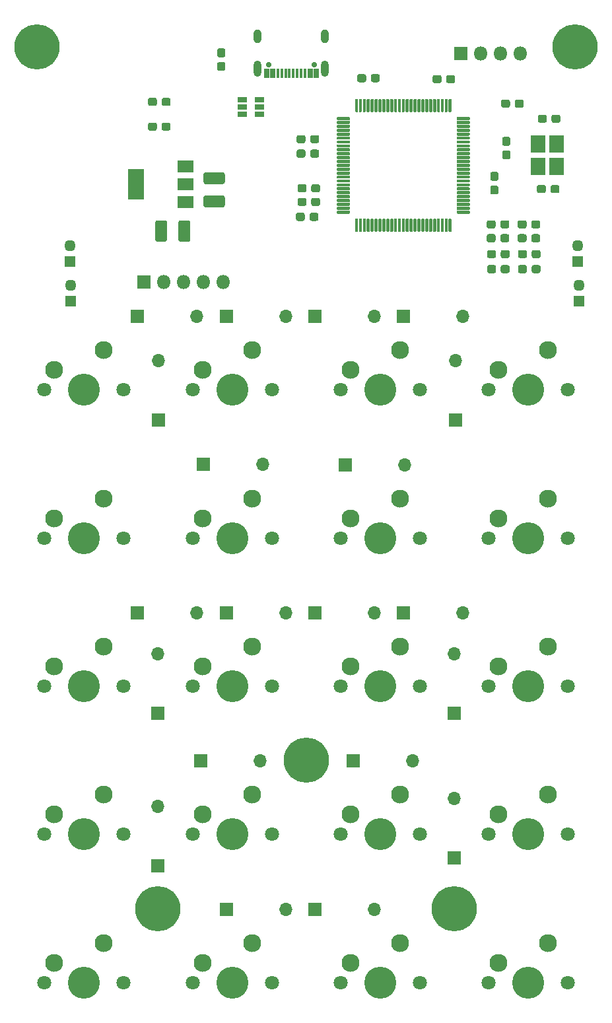
<source format=gbr>
%TF.GenerationSoftware,KiCad,Pcbnew,(5.1.6)-1*%
%TF.CreationDate,2021-03-02T19:52:57+09:00*%
%TF.ProjectId,Keypad4x4,4b657970-6164-4347-9834-2e6b69636164,rev?*%
%TF.SameCoordinates,Original*%
%TF.FileFunction,Soldermask,Top*%
%TF.FilePolarity,Negative*%
%FSLAX46Y46*%
G04 Gerber Fmt 4.6, Leading zero omitted, Abs format (unit mm)*
G04 Created by KiCad (PCBNEW (5.1.6)-1) date 2021-03-02 19:52:57*
%MOMM*%
%LPD*%
G01*
G04 APERTURE LIST*
%ADD10R,1.700000X1.700000*%
%ADD11O,1.700000X1.700000*%
%ADD12C,5.800000*%
%ADD13O,1.000000X2.100000*%
%ADD14O,1.000000X1.800000*%
%ADD15R,0.400000X1.260000*%
%ADD16C,0.700000*%
%ADD17R,0.700000X1.260000*%
%ADD18R,1.800000X1.800000*%
%ADD19O,1.800000X1.800000*%
%ADD20C,2.300000*%
%ADD21C,4.100000*%
%ADD22C,1.800000*%
%ADD23R,2.100000X3.900000*%
%ADD24R,2.100000X1.600000*%
%ADD25R,1.160000X0.750000*%
%ADD26R,1.900000X2.200000*%
%ADD27R,1.450000X1.450000*%
%ADD28O,1.450000X1.450000*%
G04 APERTURE END LIST*
%TO.C,U2*%
G36*
G01*
X68481000Y3873000D02*
X68481000Y3673000D01*
G75*
G02*
X68381000Y3573000I-100000J0D01*
G01*
X66881000Y3573000D01*
G75*
G02*
X66781000Y3673000I0J100000D01*
G01*
X66781000Y3873000D01*
G75*
G02*
X66881000Y3973000I100000J0D01*
G01*
X68381000Y3973000D01*
G75*
G02*
X68481000Y3873000I0J-100000D01*
G01*
G37*
G36*
G01*
X68481000Y4373000D02*
X68481000Y4173000D01*
G75*
G02*
X68381000Y4073000I-100000J0D01*
G01*
X66881000Y4073000D01*
G75*
G02*
X66781000Y4173000I0J100000D01*
G01*
X66781000Y4373000D01*
G75*
G02*
X66881000Y4473000I100000J0D01*
G01*
X68381000Y4473000D01*
G75*
G02*
X68481000Y4373000I0J-100000D01*
G01*
G37*
G36*
G01*
X68481000Y4873000D02*
X68481000Y4673000D01*
G75*
G02*
X68381000Y4573000I-100000J0D01*
G01*
X66881000Y4573000D01*
G75*
G02*
X66781000Y4673000I0J100000D01*
G01*
X66781000Y4873000D01*
G75*
G02*
X66881000Y4973000I100000J0D01*
G01*
X68381000Y4973000D01*
G75*
G02*
X68481000Y4873000I0J-100000D01*
G01*
G37*
G36*
G01*
X68481000Y5373000D02*
X68481000Y5173000D01*
G75*
G02*
X68381000Y5073000I-100000J0D01*
G01*
X66881000Y5073000D01*
G75*
G02*
X66781000Y5173000I0J100000D01*
G01*
X66781000Y5373000D01*
G75*
G02*
X66881000Y5473000I100000J0D01*
G01*
X68381000Y5473000D01*
G75*
G02*
X68481000Y5373000I0J-100000D01*
G01*
G37*
G36*
G01*
X68481000Y5873000D02*
X68481000Y5673000D01*
G75*
G02*
X68381000Y5573000I-100000J0D01*
G01*
X66881000Y5573000D01*
G75*
G02*
X66781000Y5673000I0J100000D01*
G01*
X66781000Y5873000D01*
G75*
G02*
X66881000Y5973000I100000J0D01*
G01*
X68381000Y5973000D01*
G75*
G02*
X68481000Y5873000I0J-100000D01*
G01*
G37*
G36*
G01*
X68481000Y6373000D02*
X68481000Y6173000D01*
G75*
G02*
X68381000Y6073000I-100000J0D01*
G01*
X66881000Y6073000D01*
G75*
G02*
X66781000Y6173000I0J100000D01*
G01*
X66781000Y6373000D01*
G75*
G02*
X66881000Y6473000I100000J0D01*
G01*
X68381000Y6473000D01*
G75*
G02*
X68481000Y6373000I0J-100000D01*
G01*
G37*
G36*
G01*
X68481000Y6873000D02*
X68481000Y6673000D01*
G75*
G02*
X68381000Y6573000I-100000J0D01*
G01*
X66881000Y6573000D01*
G75*
G02*
X66781000Y6673000I0J100000D01*
G01*
X66781000Y6873000D01*
G75*
G02*
X66881000Y6973000I100000J0D01*
G01*
X68381000Y6973000D01*
G75*
G02*
X68481000Y6873000I0J-100000D01*
G01*
G37*
G36*
G01*
X68481000Y7373000D02*
X68481000Y7173000D01*
G75*
G02*
X68381000Y7073000I-100000J0D01*
G01*
X66881000Y7073000D01*
G75*
G02*
X66781000Y7173000I0J100000D01*
G01*
X66781000Y7373000D01*
G75*
G02*
X66881000Y7473000I100000J0D01*
G01*
X68381000Y7473000D01*
G75*
G02*
X68481000Y7373000I0J-100000D01*
G01*
G37*
G36*
G01*
X68481000Y7873000D02*
X68481000Y7673000D01*
G75*
G02*
X68381000Y7573000I-100000J0D01*
G01*
X66881000Y7573000D01*
G75*
G02*
X66781000Y7673000I0J100000D01*
G01*
X66781000Y7873000D01*
G75*
G02*
X66881000Y7973000I100000J0D01*
G01*
X68381000Y7973000D01*
G75*
G02*
X68481000Y7873000I0J-100000D01*
G01*
G37*
G36*
G01*
X68481000Y8373000D02*
X68481000Y8173000D01*
G75*
G02*
X68381000Y8073000I-100000J0D01*
G01*
X66881000Y8073000D01*
G75*
G02*
X66781000Y8173000I0J100000D01*
G01*
X66781000Y8373000D01*
G75*
G02*
X66881000Y8473000I100000J0D01*
G01*
X68381000Y8473000D01*
G75*
G02*
X68481000Y8373000I0J-100000D01*
G01*
G37*
G36*
G01*
X68481000Y8873000D02*
X68481000Y8673000D01*
G75*
G02*
X68381000Y8573000I-100000J0D01*
G01*
X66881000Y8573000D01*
G75*
G02*
X66781000Y8673000I0J100000D01*
G01*
X66781000Y8873000D01*
G75*
G02*
X66881000Y8973000I100000J0D01*
G01*
X68381000Y8973000D01*
G75*
G02*
X68481000Y8873000I0J-100000D01*
G01*
G37*
G36*
G01*
X68481000Y9373000D02*
X68481000Y9173000D01*
G75*
G02*
X68381000Y9073000I-100000J0D01*
G01*
X66881000Y9073000D01*
G75*
G02*
X66781000Y9173000I0J100000D01*
G01*
X66781000Y9373000D01*
G75*
G02*
X66881000Y9473000I100000J0D01*
G01*
X68381000Y9473000D01*
G75*
G02*
X68481000Y9373000I0J-100000D01*
G01*
G37*
G36*
G01*
X68481000Y9873000D02*
X68481000Y9673000D01*
G75*
G02*
X68381000Y9573000I-100000J0D01*
G01*
X66881000Y9573000D01*
G75*
G02*
X66781000Y9673000I0J100000D01*
G01*
X66781000Y9873000D01*
G75*
G02*
X66881000Y9973000I100000J0D01*
G01*
X68381000Y9973000D01*
G75*
G02*
X68481000Y9873000I0J-100000D01*
G01*
G37*
G36*
G01*
X68481000Y10373000D02*
X68481000Y10173000D01*
G75*
G02*
X68381000Y10073000I-100000J0D01*
G01*
X66881000Y10073000D01*
G75*
G02*
X66781000Y10173000I0J100000D01*
G01*
X66781000Y10373000D01*
G75*
G02*
X66881000Y10473000I100000J0D01*
G01*
X68381000Y10473000D01*
G75*
G02*
X68481000Y10373000I0J-100000D01*
G01*
G37*
G36*
G01*
X68481000Y10873000D02*
X68481000Y10673000D01*
G75*
G02*
X68381000Y10573000I-100000J0D01*
G01*
X66881000Y10573000D01*
G75*
G02*
X66781000Y10673000I0J100000D01*
G01*
X66781000Y10873000D01*
G75*
G02*
X66881000Y10973000I100000J0D01*
G01*
X68381000Y10973000D01*
G75*
G02*
X68481000Y10873000I0J-100000D01*
G01*
G37*
G36*
G01*
X68481000Y11373000D02*
X68481000Y11173000D01*
G75*
G02*
X68381000Y11073000I-100000J0D01*
G01*
X66881000Y11073000D01*
G75*
G02*
X66781000Y11173000I0J100000D01*
G01*
X66781000Y11373000D01*
G75*
G02*
X66881000Y11473000I100000J0D01*
G01*
X68381000Y11473000D01*
G75*
G02*
X68481000Y11373000I0J-100000D01*
G01*
G37*
G36*
G01*
X68481000Y11873000D02*
X68481000Y11673000D01*
G75*
G02*
X68381000Y11573000I-100000J0D01*
G01*
X66881000Y11573000D01*
G75*
G02*
X66781000Y11673000I0J100000D01*
G01*
X66781000Y11873000D01*
G75*
G02*
X66881000Y11973000I100000J0D01*
G01*
X68381000Y11973000D01*
G75*
G02*
X68481000Y11873000I0J-100000D01*
G01*
G37*
G36*
G01*
X68481000Y12373000D02*
X68481000Y12173000D01*
G75*
G02*
X68381000Y12073000I-100000J0D01*
G01*
X66881000Y12073000D01*
G75*
G02*
X66781000Y12173000I0J100000D01*
G01*
X66781000Y12373000D01*
G75*
G02*
X66881000Y12473000I100000J0D01*
G01*
X68381000Y12473000D01*
G75*
G02*
X68481000Y12373000I0J-100000D01*
G01*
G37*
G36*
G01*
X68481000Y12873000D02*
X68481000Y12673000D01*
G75*
G02*
X68381000Y12573000I-100000J0D01*
G01*
X66881000Y12573000D01*
G75*
G02*
X66781000Y12673000I0J100000D01*
G01*
X66781000Y12873000D01*
G75*
G02*
X66881000Y12973000I100000J0D01*
G01*
X68381000Y12973000D01*
G75*
G02*
X68481000Y12873000I0J-100000D01*
G01*
G37*
G36*
G01*
X68481000Y13373000D02*
X68481000Y13173000D01*
G75*
G02*
X68381000Y13073000I-100000J0D01*
G01*
X66881000Y13073000D01*
G75*
G02*
X66781000Y13173000I0J100000D01*
G01*
X66781000Y13373000D01*
G75*
G02*
X66881000Y13473000I100000J0D01*
G01*
X68381000Y13473000D01*
G75*
G02*
X68481000Y13373000I0J-100000D01*
G01*
G37*
G36*
G01*
X68481000Y13873000D02*
X68481000Y13673000D01*
G75*
G02*
X68381000Y13573000I-100000J0D01*
G01*
X66881000Y13573000D01*
G75*
G02*
X66781000Y13673000I0J100000D01*
G01*
X66781000Y13873000D01*
G75*
G02*
X66881000Y13973000I100000J0D01*
G01*
X68381000Y13973000D01*
G75*
G02*
X68481000Y13873000I0J-100000D01*
G01*
G37*
G36*
G01*
X68481000Y14373000D02*
X68481000Y14173000D01*
G75*
G02*
X68381000Y14073000I-100000J0D01*
G01*
X66881000Y14073000D01*
G75*
G02*
X66781000Y14173000I0J100000D01*
G01*
X66781000Y14373000D01*
G75*
G02*
X66881000Y14473000I100000J0D01*
G01*
X68381000Y14473000D01*
G75*
G02*
X68481000Y14373000I0J-100000D01*
G01*
G37*
G36*
G01*
X68481000Y14873000D02*
X68481000Y14673000D01*
G75*
G02*
X68381000Y14573000I-100000J0D01*
G01*
X66881000Y14573000D01*
G75*
G02*
X66781000Y14673000I0J100000D01*
G01*
X66781000Y14873000D01*
G75*
G02*
X66881000Y14973000I100000J0D01*
G01*
X68381000Y14973000D01*
G75*
G02*
X68481000Y14873000I0J-100000D01*
G01*
G37*
G36*
G01*
X68481000Y15373000D02*
X68481000Y15173000D01*
G75*
G02*
X68381000Y15073000I-100000J0D01*
G01*
X66881000Y15073000D01*
G75*
G02*
X66781000Y15173000I0J100000D01*
G01*
X66781000Y15373000D01*
G75*
G02*
X66881000Y15473000I100000J0D01*
G01*
X68381000Y15473000D01*
G75*
G02*
X68481000Y15373000I0J-100000D01*
G01*
G37*
G36*
G01*
X68481000Y15873000D02*
X68481000Y15673000D01*
G75*
G02*
X68381000Y15573000I-100000J0D01*
G01*
X66881000Y15573000D01*
G75*
G02*
X66781000Y15673000I0J100000D01*
G01*
X66781000Y15873000D01*
G75*
G02*
X66881000Y15973000I100000J0D01*
G01*
X68381000Y15973000D01*
G75*
G02*
X68481000Y15873000I0J-100000D01*
G01*
G37*
G36*
G01*
X66156000Y18198000D02*
X66156000Y16698000D01*
G75*
G02*
X66056000Y16598000I-100000J0D01*
G01*
X65856000Y16598000D01*
G75*
G02*
X65756000Y16698000I0J100000D01*
G01*
X65756000Y18198000D01*
G75*
G02*
X65856000Y18298000I100000J0D01*
G01*
X66056000Y18298000D01*
G75*
G02*
X66156000Y18198000I0J-100000D01*
G01*
G37*
G36*
G01*
X65656000Y18198000D02*
X65656000Y16698000D01*
G75*
G02*
X65556000Y16598000I-100000J0D01*
G01*
X65356000Y16598000D01*
G75*
G02*
X65256000Y16698000I0J100000D01*
G01*
X65256000Y18198000D01*
G75*
G02*
X65356000Y18298000I100000J0D01*
G01*
X65556000Y18298000D01*
G75*
G02*
X65656000Y18198000I0J-100000D01*
G01*
G37*
G36*
G01*
X65156000Y18198000D02*
X65156000Y16698000D01*
G75*
G02*
X65056000Y16598000I-100000J0D01*
G01*
X64856000Y16598000D01*
G75*
G02*
X64756000Y16698000I0J100000D01*
G01*
X64756000Y18198000D01*
G75*
G02*
X64856000Y18298000I100000J0D01*
G01*
X65056000Y18298000D01*
G75*
G02*
X65156000Y18198000I0J-100000D01*
G01*
G37*
G36*
G01*
X64656000Y18198000D02*
X64656000Y16698000D01*
G75*
G02*
X64556000Y16598000I-100000J0D01*
G01*
X64356000Y16598000D01*
G75*
G02*
X64256000Y16698000I0J100000D01*
G01*
X64256000Y18198000D01*
G75*
G02*
X64356000Y18298000I100000J0D01*
G01*
X64556000Y18298000D01*
G75*
G02*
X64656000Y18198000I0J-100000D01*
G01*
G37*
G36*
G01*
X64156000Y18198000D02*
X64156000Y16698000D01*
G75*
G02*
X64056000Y16598000I-100000J0D01*
G01*
X63856000Y16598000D01*
G75*
G02*
X63756000Y16698000I0J100000D01*
G01*
X63756000Y18198000D01*
G75*
G02*
X63856000Y18298000I100000J0D01*
G01*
X64056000Y18298000D01*
G75*
G02*
X64156000Y18198000I0J-100000D01*
G01*
G37*
G36*
G01*
X63656000Y18198000D02*
X63656000Y16698000D01*
G75*
G02*
X63556000Y16598000I-100000J0D01*
G01*
X63356000Y16598000D01*
G75*
G02*
X63256000Y16698000I0J100000D01*
G01*
X63256000Y18198000D01*
G75*
G02*
X63356000Y18298000I100000J0D01*
G01*
X63556000Y18298000D01*
G75*
G02*
X63656000Y18198000I0J-100000D01*
G01*
G37*
G36*
G01*
X63156000Y18198000D02*
X63156000Y16698000D01*
G75*
G02*
X63056000Y16598000I-100000J0D01*
G01*
X62856000Y16598000D01*
G75*
G02*
X62756000Y16698000I0J100000D01*
G01*
X62756000Y18198000D01*
G75*
G02*
X62856000Y18298000I100000J0D01*
G01*
X63056000Y18298000D01*
G75*
G02*
X63156000Y18198000I0J-100000D01*
G01*
G37*
G36*
G01*
X62656000Y18198000D02*
X62656000Y16698000D01*
G75*
G02*
X62556000Y16598000I-100000J0D01*
G01*
X62356000Y16598000D01*
G75*
G02*
X62256000Y16698000I0J100000D01*
G01*
X62256000Y18198000D01*
G75*
G02*
X62356000Y18298000I100000J0D01*
G01*
X62556000Y18298000D01*
G75*
G02*
X62656000Y18198000I0J-100000D01*
G01*
G37*
G36*
G01*
X62156000Y18198000D02*
X62156000Y16698000D01*
G75*
G02*
X62056000Y16598000I-100000J0D01*
G01*
X61856000Y16598000D01*
G75*
G02*
X61756000Y16698000I0J100000D01*
G01*
X61756000Y18198000D01*
G75*
G02*
X61856000Y18298000I100000J0D01*
G01*
X62056000Y18298000D01*
G75*
G02*
X62156000Y18198000I0J-100000D01*
G01*
G37*
G36*
G01*
X61656000Y18198000D02*
X61656000Y16698000D01*
G75*
G02*
X61556000Y16598000I-100000J0D01*
G01*
X61356000Y16598000D01*
G75*
G02*
X61256000Y16698000I0J100000D01*
G01*
X61256000Y18198000D01*
G75*
G02*
X61356000Y18298000I100000J0D01*
G01*
X61556000Y18298000D01*
G75*
G02*
X61656000Y18198000I0J-100000D01*
G01*
G37*
G36*
G01*
X61156000Y18198000D02*
X61156000Y16698000D01*
G75*
G02*
X61056000Y16598000I-100000J0D01*
G01*
X60856000Y16598000D01*
G75*
G02*
X60756000Y16698000I0J100000D01*
G01*
X60756000Y18198000D01*
G75*
G02*
X60856000Y18298000I100000J0D01*
G01*
X61056000Y18298000D01*
G75*
G02*
X61156000Y18198000I0J-100000D01*
G01*
G37*
G36*
G01*
X60656000Y18198000D02*
X60656000Y16698000D01*
G75*
G02*
X60556000Y16598000I-100000J0D01*
G01*
X60356000Y16598000D01*
G75*
G02*
X60256000Y16698000I0J100000D01*
G01*
X60256000Y18198000D01*
G75*
G02*
X60356000Y18298000I100000J0D01*
G01*
X60556000Y18298000D01*
G75*
G02*
X60656000Y18198000I0J-100000D01*
G01*
G37*
G36*
G01*
X60156000Y18198000D02*
X60156000Y16698000D01*
G75*
G02*
X60056000Y16598000I-100000J0D01*
G01*
X59856000Y16598000D01*
G75*
G02*
X59756000Y16698000I0J100000D01*
G01*
X59756000Y18198000D01*
G75*
G02*
X59856000Y18298000I100000J0D01*
G01*
X60056000Y18298000D01*
G75*
G02*
X60156000Y18198000I0J-100000D01*
G01*
G37*
G36*
G01*
X59656000Y18198000D02*
X59656000Y16698000D01*
G75*
G02*
X59556000Y16598000I-100000J0D01*
G01*
X59356000Y16598000D01*
G75*
G02*
X59256000Y16698000I0J100000D01*
G01*
X59256000Y18198000D01*
G75*
G02*
X59356000Y18298000I100000J0D01*
G01*
X59556000Y18298000D01*
G75*
G02*
X59656000Y18198000I0J-100000D01*
G01*
G37*
G36*
G01*
X59156000Y18198000D02*
X59156000Y16698000D01*
G75*
G02*
X59056000Y16598000I-100000J0D01*
G01*
X58856000Y16598000D01*
G75*
G02*
X58756000Y16698000I0J100000D01*
G01*
X58756000Y18198000D01*
G75*
G02*
X58856000Y18298000I100000J0D01*
G01*
X59056000Y18298000D01*
G75*
G02*
X59156000Y18198000I0J-100000D01*
G01*
G37*
G36*
G01*
X58656000Y18198000D02*
X58656000Y16698000D01*
G75*
G02*
X58556000Y16598000I-100000J0D01*
G01*
X58356000Y16598000D01*
G75*
G02*
X58256000Y16698000I0J100000D01*
G01*
X58256000Y18198000D01*
G75*
G02*
X58356000Y18298000I100000J0D01*
G01*
X58556000Y18298000D01*
G75*
G02*
X58656000Y18198000I0J-100000D01*
G01*
G37*
G36*
G01*
X58156000Y18198000D02*
X58156000Y16698000D01*
G75*
G02*
X58056000Y16598000I-100000J0D01*
G01*
X57856000Y16598000D01*
G75*
G02*
X57756000Y16698000I0J100000D01*
G01*
X57756000Y18198000D01*
G75*
G02*
X57856000Y18298000I100000J0D01*
G01*
X58056000Y18298000D01*
G75*
G02*
X58156000Y18198000I0J-100000D01*
G01*
G37*
G36*
G01*
X57656000Y18198000D02*
X57656000Y16698000D01*
G75*
G02*
X57556000Y16598000I-100000J0D01*
G01*
X57356000Y16598000D01*
G75*
G02*
X57256000Y16698000I0J100000D01*
G01*
X57256000Y18198000D01*
G75*
G02*
X57356000Y18298000I100000J0D01*
G01*
X57556000Y18298000D01*
G75*
G02*
X57656000Y18198000I0J-100000D01*
G01*
G37*
G36*
G01*
X57156000Y18198000D02*
X57156000Y16698000D01*
G75*
G02*
X57056000Y16598000I-100000J0D01*
G01*
X56856000Y16598000D01*
G75*
G02*
X56756000Y16698000I0J100000D01*
G01*
X56756000Y18198000D01*
G75*
G02*
X56856000Y18298000I100000J0D01*
G01*
X57056000Y18298000D01*
G75*
G02*
X57156000Y18198000I0J-100000D01*
G01*
G37*
G36*
G01*
X56656000Y18198000D02*
X56656000Y16698000D01*
G75*
G02*
X56556000Y16598000I-100000J0D01*
G01*
X56356000Y16598000D01*
G75*
G02*
X56256000Y16698000I0J100000D01*
G01*
X56256000Y18198000D01*
G75*
G02*
X56356000Y18298000I100000J0D01*
G01*
X56556000Y18298000D01*
G75*
G02*
X56656000Y18198000I0J-100000D01*
G01*
G37*
G36*
G01*
X56156000Y18198000D02*
X56156000Y16698000D01*
G75*
G02*
X56056000Y16598000I-100000J0D01*
G01*
X55856000Y16598000D01*
G75*
G02*
X55756000Y16698000I0J100000D01*
G01*
X55756000Y18198000D01*
G75*
G02*
X55856000Y18298000I100000J0D01*
G01*
X56056000Y18298000D01*
G75*
G02*
X56156000Y18198000I0J-100000D01*
G01*
G37*
G36*
G01*
X55656000Y18198000D02*
X55656000Y16698000D01*
G75*
G02*
X55556000Y16598000I-100000J0D01*
G01*
X55356000Y16598000D01*
G75*
G02*
X55256000Y16698000I0J100000D01*
G01*
X55256000Y18198000D01*
G75*
G02*
X55356000Y18298000I100000J0D01*
G01*
X55556000Y18298000D01*
G75*
G02*
X55656000Y18198000I0J-100000D01*
G01*
G37*
G36*
G01*
X55156000Y18198000D02*
X55156000Y16698000D01*
G75*
G02*
X55056000Y16598000I-100000J0D01*
G01*
X54856000Y16598000D01*
G75*
G02*
X54756000Y16698000I0J100000D01*
G01*
X54756000Y18198000D01*
G75*
G02*
X54856000Y18298000I100000J0D01*
G01*
X55056000Y18298000D01*
G75*
G02*
X55156000Y18198000I0J-100000D01*
G01*
G37*
G36*
G01*
X54656000Y18198000D02*
X54656000Y16698000D01*
G75*
G02*
X54556000Y16598000I-100000J0D01*
G01*
X54356000Y16598000D01*
G75*
G02*
X54256000Y16698000I0J100000D01*
G01*
X54256000Y18198000D01*
G75*
G02*
X54356000Y18298000I100000J0D01*
G01*
X54556000Y18298000D01*
G75*
G02*
X54656000Y18198000I0J-100000D01*
G01*
G37*
G36*
G01*
X54156000Y18198000D02*
X54156000Y16698000D01*
G75*
G02*
X54056000Y16598000I-100000J0D01*
G01*
X53856000Y16598000D01*
G75*
G02*
X53756000Y16698000I0J100000D01*
G01*
X53756000Y18198000D01*
G75*
G02*
X53856000Y18298000I100000J0D01*
G01*
X54056000Y18298000D01*
G75*
G02*
X54156000Y18198000I0J-100000D01*
G01*
G37*
G36*
G01*
X53131000Y15873000D02*
X53131000Y15673000D01*
G75*
G02*
X53031000Y15573000I-100000J0D01*
G01*
X51531000Y15573000D01*
G75*
G02*
X51431000Y15673000I0J100000D01*
G01*
X51431000Y15873000D01*
G75*
G02*
X51531000Y15973000I100000J0D01*
G01*
X53031000Y15973000D01*
G75*
G02*
X53131000Y15873000I0J-100000D01*
G01*
G37*
G36*
G01*
X53131000Y15373000D02*
X53131000Y15173000D01*
G75*
G02*
X53031000Y15073000I-100000J0D01*
G01*
X51531000Y15073000D01*
G75*
G02*
X51431000Y15173000I0J100000D01*
G01*
X51431000Y15373000D01*
G75*
G02*
X51531000Y15473000I100000J0D01*
G01*
X53031000Y15473000D01*
G75*
G02*
X53131000Y15373000I0J-100000D01*
G01*
G37*
G36*
G01*
X53131000Y14873000D02*
X53131000Y14673000D01*
G75*
G02*
X53031000Y14573000I-100000J0D01*
G01*
X51531000Y14573000D01*
G75*
G02*
X51431000Y14673000I0J100000D01*
G01*
X51431000Y14873000D01*
G75*
G02*
X51531000Y14973000I100000J0D01*
G01*
X53031000Y14973000D01*
G75*
G02*
X53131000Y14873000I0J-100000D01*
G01*
G37*
G36*
G01*
X53131000Y14373000D02*
X53131000Y14173000D01*
G75*
G02*
X53031000Y14073000I-100000J0D01*
G01*
X51531000Y14073000D01*
G75*
G02*
X51431000Y14173000I0J100000D01*
G01*
X51431000Y14373000D01*
G75*
G02*
X51531000Y14473000I100000J0D01*
G01*
X53031000Y14473000D01*
G75*
G02*
X53131000Y14373000I0J-100000D01*
G01*
G37*
G36*
G01*
X53131000Y13873000D02*
X53131000Y13673000D01*
G75*
G02*
X53031000Y13573000I-100000J0D01*
G01*
X51531000Y13573000D01*
G75*
G02*
X51431000Y13673000I0J100000D01*
G01*
X51431000Y13873000D01*
G75*
G02*
X51531000Y13973000I100000J0D01*
G01*
X53031000Y13973000D01*
G75*
G02*
X53131000Y13873000I0J-100000D01*
G01*
G37*
G36*
G01*
X53131000Y13373000D02*
X53131000Y13173000D01*
G75*
G02*
X53031000Y13073000I-100000J0D01*
G01*
X51531000Y13073000D01*
G75*
G02*
X51431000Y13173000I0J100000D01*
G01*
X51431000Y13373000D01*
G75*
G02*
X51531000Y13473000I100000J0D01*
G01*
X53031000Y13473000D01*
G75*
G02*
X53131000Y13373000I0J-100000D01*
G01*
G37*
G36*
G01*
X53131000Y12873000D02*
X53131000Y12673000D01*
G75*
G02*
X53031000Y12573000I-100000J0D01*
G01*
X51531000Y12573000D01*
G75*
G02*
X51431000Y12673000I0J100000D01*
G01*
X51431000Y12873000D01*
G75*
G02*
X51531000Y12973000I100000J0D01*
G01*
X53031000Y12973000D01*
G75*
G02*
X53131000Y12873000I0J-100000D01*
G01*
G37*
G36*
G01*
X53131000Y12373000D02*
X53131000Y12173000D01*
G75*
G02*
X53031000Y12073000I-100000J0D01*
G01*
X51531000Y12073000D01*
G75*
G02*
X51431000Y12173000I0J100000D01*
G01*
X51431000Y12373000D01*
G75*
G02*
X51531000Y12473000I100000J0D01*
G01*
X53031000Y12473000D01*
G75*
G02*
X53131000Y12373000I0J-100000D01*
G01*
G37*
G36*
G01*
X53131000Y11873000D02*
X53131000Y11673000D01*
G75*
G02*
X53031000Y11573000I-100000J0D01*
G01*
X51531000Y11573000D01*
G75*
G02*
X51431000Y11673000I0J100000D01*
G01*
X51431000Y11873000D01*
G75*
G02*
X51531000Y11973000I100000J0D01*
G01*
X53031000Y11973000D01*
G75*
G02*
X53131000Y11873000I0J-100000D01*
G01*
G37*
G36*
G01*
X53131000Y11373000D02*
X53131000Y11173000D01*
G75*
G02*
X53031000Y11073000I-100000J0D01*
G01*
X51531000Y11073000D01*
G75*
G02*
X51431000Y11173000I0J100000D01*
G01*
X51431000Y11373000D01*
G75*
G02*
X51531000Y11473000I100000J0D01*
G01*
X53031000Y11473000D01*
G75*
G02*
X53131000Y11373000I0J-100000D01*
G01*
G37*
G36*
G01*
X53131000Y10873000D02*
X53131000Y10673000D01*
G75*
G02*
X53031000Y10573000I-100000J0D01*
G01*
X51531000Y10573000D01*
G75*
G02*
X51431000Y10673000I0J100000D01*
G01*
X51431000Y10873000D01*
G75*
G02*
X51531000Y10973000I100000J0D01*
G01*
X53031000Y10973000D01*
G75*
G02*
X53131000Y10873000I0J-100000D01*
G01*
G37*
G36*
G01*
X53131000Y10373000D02*
X53131000Y10173000D01*
G75*
G02*
X53031000Y10073000I-100000J0D01*
G01*
X51531000Y10073000D01*
G75*
G02*
X51431000Y10173000I0J100000D01*
G01*
X51431000Y10373000D01*
G75*
G02*
X51531000Y10473000I100000J0D01*
G01*
X53031000Y10473000D01*
G75*
G02*
X53131000Y10373000I0J-100000D01*
G01*
G37*
G36*
G01*
X53131000Y9873000D02*
X53131000Y9673000D01*
G75*
G02*
X53031000Y9573000I-100000J0D01*
G01*
X51531000Y9573000D01*
G75*
G02*
X51431000Y9673000I0J100000D01*
G01*
X51431000Y9873000D01*
G75*
G02*
X51531000Y9973000I100000J0D01*
G01*
X53031000Y9973000D01*
G75*
G02*
X53131000Y9873000I0J-100000D01*
G01*
G37*
G36*
G01*
X53131000Y9373000D02*
X53131000Y9173000D01*
G75*
G02*
X53031000Y9073000I-100000J0D01*
G01*
X51531000Y9073000D01*
G75*
G02*
X51431000Y9173000I0J100000D01*
G01*
X51431000Y9373000D01*
G75*
G02*
X51531000Y9473000I100000J0D01*
G01*
X53031000Y9473000D01*
G75*
G02*
X53131000Y9373000I0J-100000D01*
G01*
G37*
G36*
G01*
X53131000Y8873000D02*
X53131000Y8673000D01*
G75*
G02*
X53031000Y8573000I-100000J0D01*
G01*
X51531000Y8573000D01*
G75*
G02*
X51431000Y8673000I0J100000D01*
G01*
X51431000Y8873000D01*
G75*
G02*
X51531000Y8973000I100000J0D01*
G01*
X53031000Y8973000D01*
G75*
G02*
X53131000Y8873000I0J-100000D01*
G01*
G37*
G36*
G01*
X53131000Y8373000D02*
X53131000Y8173000D01*
G75*
G02*
X53031000Y8073000I-100000J0D01*
G01*
X51531000Y8073000D01*
G75*
G02*
X51431000Y8173000I0J100000D01*
G01*
X51431000Y8373000D01*
G75*
G02*
X51531000Y8473000I100000J0D01*
G01*
X53031000Y8473000D01*
G75*
G02*
X53131000Y8373000I0J-100000D01*
G01*
G37*
G36*
G01*
X53131000Y7873000D02*
X53131000Y7673000D01*
G75*
G02*
X53031000Y7573000I-100000J0D01*
G01*
X51531000Y7573000D01*
G75*
G02*
X51431000Y7673000I0J100000D01*
G01*
X51431000Y7873000D01*
G75*
G02*
X51531000Y7973000I100000J0D01*
G01*
X53031000Y7973000D01*
G75*
G02*
X53131000Y7873000I0J-100000D01*
G01*
G37*
G36*
G01*
X53131000Y7373000D02*
X53131000Y7173000D01*
G75*
G02*
X53031000Y7073000I-100000J0D01*
G01*
X51531000Y7073000D01*
G75*
G02*
X51431000Y7173000I0J100000D01*
G01*
X51431000Y7373000D01*
G75*
G02*
X51531000Y7473000I100000J0D01*
G01*
X53031000Y7473000D01*
G75*
G02*
X53131000Y7373000I0J-100000D01*
G01*
G37*
G36*
G01*
X53131000Y6873000D02*
X53131000Y6673000D01*
G75*
G02*
X53031000Y6573000I-100000J0D01*
G01*
X51531000Y6573000D01*
G75*
G02*
X51431000Y6673000I0J100000D01*
G01*
X51431000Y6873000D01*
G75*
G02*
X51531000Y6973000I100000J0D01*
G01*
X53031000Y6973000D01*
G75*
G02*
X53131000Y6873000I0J-100000D01*
G01*
G37*
G36*
G01*
X53131000Y6373000D02*
X53131000Y6173000D01*
G75*
G02*
X53031000Y6073000I-100000J0D01*
G01*
X51531000Y6073000D01*
G75*
G02*
X51431000Y6173000I0J100000D01*
G01*
X51431000Y6373000D01*
G75*
G02*
X51531000Y6473000I100000J0D01*
G01*
X53031000Y6473000D01*
G75*
G02*
X53131000Y6373000I0J-100000D01*
G01*
G37*
G36*
G01*
X53131000Y5873000D02*
X53131000Y5673000D01*
G75*
G02*
X53031000Y5573000I-100000J0D01*
G01*
X51531000Y5573000D01*
G75*
G02*
X51431000Y5673000I0J100000D01*
G01*
X51431000Y5873000D01*
G75*
G02*
X51531000Y5973000I100000J0D01*
G01*
X53031000Y5973000D01*
G75*
G02*
X53131000Y5873000I0J-100000D01*
G01*
G37*
G36*
G01*
X53131000Y5373000D02*
X53131000Y5173000D01*
G75*
G02*
X53031000Y5073000I-100000J0D01*
G01*
X51531000Y5073000D01*
G75*
G02*
X51431000Y5173000I0J100000D01*
G01*
X51431000Y5373000D01*
G75*
G02*
X51531000Y5473000I100000J0D01*
G01*
X53031000Y5473000D01*
G75*
G02*
X53131000Y5373000I0J-100000D01*
G01*
G37*
G36*
G01*
X53131000Y4873000D02*
X53131000Y4673000D01*
G75*
G02*
X53031000Y4573000I-100000J0D01*
G01*
X51531000Y4573000D01*
G75*
G02*
X51431000Y4673000I0J100000D01*
G01*
X51431000Y4873000D01*
G75*
G02*
X51531000Y4973000I100000J0D01*
G01*
X53031000Y4973000D01*
G75*
G02*
X53131000Y4873000I0J-100000D01*
G01*
G37*
G36*
G01*
X53131000Y4373000D02*
X53131000Y4173000D01*
G75*
G02*
X53031000Y4073000I-100000J0D01*
G01*
X51531000Y4073000D01*
G75*
G02*
X51431000Y4173000I0J100000D01*
G01*
X51431000Y4373000D01*
G75*
G02*
X51531000Y4473000I100000J0D01*
G01*
X53031000Y4473000D01*
G75*
G02*
X53131000Y4373000I0J-100000D01*
G01*
G37*
G36*
G01*
X53131000Y3873000D02*
X53131000Y3673000D01*
G75*
G02*
X53031000Y3573000I-100000J0D01*
G01*
X51531000Y3573000D01*
G75*
G02*
X51431000Y3673000I0J100000D01*
G01*
X51431000Y3873000D01*
G75*
G02*
X51531000Y3973000I100000J0D01*
G01*
X53031000Y3973000D01*
G75*
G02*
X53131000Y3873000I0J-100000D01*
G01*
G37*
G36*
G01*
X54156000Y2848000D02*
X54156000Y1348000D01*
G75*
G02*
X54056000Y1248000I-100000J0D01*
G01*
X53856000Y1248000D01*
G75*
G02*
X53756000Y1348000I0J100000D01*
G01*
X53756000Y2848000D01*
G75*
G02*
X53856000Y2948000I100000J0D01*
G01*
X54056000Y2948000D01*
G75*
G02*
X54156000Y2848000I0J-100000D01*
G01*
G37*
G36*
G01*
X54656000Y2848000D02*
X54656000Y1348000D01*
G75*
G02*
X54556000Y1248000I-100000J0D01*
G01*
X54356000Y1248000D01*
G75*
G02*
X54256000Y1348000I0J100000D01*
G01*
X54256000Y2848000D01*
G75*
G02*
X54356000Y2948000I100000J0D01*
G01*
X54556000Y2948000D01*
G75*
G02*
X54656000Y2848000I0J-100000D01*
G01*
G37*
G36*
G01*
X55156000Y2848000D02*
X55156000Y1348000D01*
G75*
G02*
X55056000Y1248000I-100000J0D01*
G01*
X54856000Y1248000D01*
G75*
G02*
X54756000Y1348000I0J100000D01*
G01*
X54756000Y2848000D01*
G75*
G02*
X54856000Y2948000I100000J0D01*
G01*
X55056000Y2948000D01*
G75*
G02*
X55156000Y2848000I0J-100000D01*
G01*
G37*
G36*
G01*
X55656000Y2848000D02*
X55656000Y1348000D01*
G75*
G02*
X55556000Y1248000I-100000J0D01*
G01*
X55356000Y1248000D01*
G75*
G02*
X55256000Y1348000I0J100000D01*
G01*
X55256000Y2848000D01*
G75*
G02*
X55356000Y2948000I100000J0D01*
G01*
X55556000Y2948000D01*
G75*
G02*
X55656000Y2848000I0J-100000D01*
G01*
G37*
G36*
G01*
X56156000Y2848000D02*
X56156000Y1348000D01*
G75*
G02*
X56056000Y1248000I-100000J0D01*
G01*
X55856000Y1248000D01*
G75*
G02*
X55756000Y1348000I0J100000D01*
G01*
X55756000Y2848000D01*
G75*
G02*
X55856000Y2948000I100000J0D01*
G01*
X56056000Y2948000D01*
G75*
G02*
X56156000Y2848000I0J-100000D01*
G01*
G37*
G36*
G01*
X56656000Y2848000D02*
X56656000Y1348000D01*
G75*
G02*
X56556000Y1248000I-100000J0D01*
G01*
X56356000Y1248000D01*
G75*
G02*
X56256000Y1348000I0J100000D01*
G01*
X56256000Y2848000D01*
G75*
G02*
X56356000Y2948000I100000J0D01*
G01*
X56556000Y2948000D01*
G75*
G02*
X56656000Y2848000I0J-100000D01*
G01*
G37*
G36*
G01*
X57156000Y2848000D02*
X57156000Y1348000D01*
G75*
G02*
X57056000Y1248000I-100000J0D01*
G01*
X56856000Y1248000D01*
G75*
G02*
X56756000Y1348000I0J100000D01*
G01*
X56756000Y2848000D01*
G75*
G02*
X56856000Y2948000I100000J0D01*
G01*
X57056000Y2948000D01*
G75*
G02*
X57156000Y2848000I0J-100000D01*
G01*
G37*
G36*
G01*
X57656000Y2848000D02*
X57656000Y1348000D01*
G75*
G02*
X57556000Y1248000I-100000J0D01*
G01*
X57356000Y1248000D01*
G75*
G02*
X57256000Y1348000I0J100000D01*
G01*
X57256000Y2848000D01*
G75*
G02*
X57356000Y2948000I100000J0D01*
G01*
X57556000Y2948000D01*
G75*
G02*
X57656000Y2848000I0J-100000D01*
G01*
G37*
G36*
G01*
X58156000Y2848000D02*
X58156000Y1348000D01*
G75*
G02*
X58056000Y1248000I-100000J0D01*
G01*
X57856000Y1248000D01*
G75*
G02*
X57756000Y1348000I0J100000D01*
G01*
X57756000Y2848000D01*
G75*
G02*
X57856000Y2948000I100000J0D01*
G01*
X58056000Y2948000D01*
G75*
G02*
X58156000Y2848000I0J-100000D01*
G01*
G37*
G36*
G01*
X58656000Y2848000D02*
X58656000Y1348000D01*
G75*
G02*
X58556000Y1248000I-100000J0D01*
G01*
X58356000Y1248000D01*
G75*
G02*
X58256000Y1348000I0J100000D01*
G01*
X58256000Y2848000D01*
G75*
G02*
X58356000Y2948000I100000J0D01*
G01*
X58556000Y2948000D01*
G75*
G02*
X58656000Y2848000I0J-100000D01*
G01*
G37*
G36*
G01*
X59156000Y2848000D02*
X59156000Y1348000D01*
G75*
G02*
X59056000Y1248000I-100000J0D01*
G01*
X58856000Y1248000D01*
G75*
G02*
X58756000Y1348000I0J100000D01*
G01*
X58756000Y2848000D01*
G75*
G02*
X58856000Y2948000I100000J0D01*
G01*
X59056000Y2948000D01*
G75*
G02*
X59156000Y2848000I0J-100000D01*
G01*
G37*
G36*
G01*
X59656000Y2848000D02*
X59656000Y1348000D01*
G75*
G02*
X59556000Y1248000I-100000J0D01*
G01*
X59356000Y1248000D01*
G75*
G02*
X59256000Y1348000I0J100000D01*
G01*
X59256000Y2848000D01*
G75*
G02*
X59356000Y2948000I100000J0D01*
G01*
X59556000Y2948000D01*
G75*
G02*
X59656000Y2848000I0J-100000D01*
G01*
G37*
G36*
G01*
X60156000Y2848000D02*
X60156000Y1348000D01*
G75*
G02*
X60056000Y1248000I-100000J0D01*
G01*
X59856000Y1248000D01*
G75*
G02*
X59756000Y1348000I0J100000D01*
G01*
X59756000Y2848000D01*
G75*
G02*
X59856000Y2948000I100000J0D01*
G01*
X60056000Y2948000D01*
G75*
G02*
X60156000Y2848000I0J-100000D01*
G01*
G37*
G36*
G01*
X60656000Y2848000D02*
X60656000Y1348000D01*
G75*
G02*
X60556000Y1248000I-100000J0D01*
G01*
X60356000Y1248000D01*
G75*
G02*
X60256000Y1348000I0J100000D01*
G01*
X60256000Y2848000D01*
G75*
G02*
X60356000Y2948000I100000J0D01*
G01*
X60556000Y2948000D01*
G75*
G02*
X60656000Y2848000I0J-100000D01*
G01*
G37*
G36*
G01*
X61156000Y2848000D02*
X61156000Y1348000D01*
G75*
G02*
X61056000Y1248000I-100000J0D01*
G01*
X60856000Y1248000D01*
G75*
G02*
X60756000Y1348000I0J100000D01*
G01*
X60756000Y2848000D01*
G75*
G02*
X60856000Y2948000I100000J0D01*
G01*
X61056000Y2948000D01*
G75*
G02*
X61156000Y2848000I0J-100000D01*
G01*
G37*
G36*
G01*
X61656000Y2848000D02*
X61656000Y1348000D01*
G75*
G02*
X61556000Y1248000I-100000J0D01*
G01*
X61356000Y1248000D01*
G75*
G02*
X61256000Y1348000I0J100000D01*
G01*
X61256000Y2848000D01*
G75*
G02*
X61356000Y2948000I100000J0D01*
G01*
X61556000Y2948000D01*
G75*
G02*
X61656000Y2848000I0J-100000D01*
G01*
G37*
G36*
G01*
X62156000Y2848000D02*
X62156000Y1348000D01*
G75*
G02*
X62056000Y1248000I-100000J0D01*
G01*
X61856000Y1248000D01*
G75*
G02*
X61756000Y1348000I0J100000D01*
G01*
X61756000Y2848000D01*
G75*
G02*
X61856000Y2948000I100000J0D01*
G01*
X62056000Y2948000D01*
G75*
G02*
X62156000Y2848000I0J-100000D01*
G01*
G37*
G36*
G01*
X62656000Y2848000D02*
X62656000Y1348000D01*
G75*
G02*
X62556000Y1248000I-100000J0D01*
G01*
X62356000Y1248000D01*
G75*
G02*
X62256000Y1348000I0J100000D01*
G01*
X62256000Y2848000D01*
G75*
G02*
X62356000Y2948000I100000J0D01*
G01*
X62556000Y2948000D01*
G75*
G02*
X62656000Y2848000I0J-100000D01*
G01*
G37*
G36*
G01*
X63156000Y2848000D02*
X63156000Y1348000D01*
G75*
G02*
X63056000Y1248000I-100000J0D01*
G01*
X62856000Y1248000D01*
G75*
G02*
X62756000Y1348000I0J100000D01*
G01*
X62756000Y2848000D01*
G75*
G02*
X62856000Y2948000I100000J0D01*
G01*
X63056000Y2948000D01*
G75*
G02*
X63156000Y2848000I0J-100000D01*
G01*
G37*
G36*
G01*
X63656000Y2848000D02*
X63656000Y1348000D01*
G75*
G02*
X63556000Y1248000I-100000J0D01*
G01*
X63356000Y1248000D01*
G75*
G02*
X63256000Y1348000I0J100000D01*
G01*
X63256000Y2848000D01*
G75*
G02*
X63356000Y2948000I100000J0D01*
G01*
X63556000Y2948000D01*
G75*
G02*
X63656000Y2848000I0J-100000D01*
G01*
G37*
G36*
G01*
X64156000Y2848000D02*
X64156000Y1348000D01*
G75*
G02*
X64056000Y1248000I-100000J0D01*
G01*
X63856000Y1248000D01*
G75*
G02*
X63756000Y1348000I0J100000D01*
G01*
X63756000Y2848000D01*
G75*
G02*
X63856000Y2948000I100000J0D01*
G01*
X64056000Y2948000D01*
G75*
G02*
X64156000Y2848000I0J-100000D01*
G01*
G37*
G36*
G01*
X64656000Y2848000D02*
X64656000Y1348000D01*
G75*
G02*
X64556000Y1248000I-100000J0D01*
G01*
X64356000Y1248000D01*
G75*
G02*
X64256000Y1348000I0J100000D01*
G01*
X64256000Y2848000D01*
G75*
G02*
X64356000Y2948000I100000J0D01*
G01*
X64556000Y2948000D01*
G75*
G02*
X64656000Y2848000I0J-100000D01*
G01*
G37*
G36*
G01*
X65156000Y2848000D02*
X65156000Y1348000D01*
G75*
G02*
X65056000Y1248000I-100000J0D01*
G01*
X64856000Y1248000D01*
G75*
G02*
X64756000Y1348000I0J100000D01*
G01*
X64756000Y2848000D01*
G75*
G02*
X64856000Y2948000I100000J0D01*
G01*
X65056000Y2948000D01*
G75*
G02*
X65156000Y2848000I0J-100000D01*
G01*
G37*
G36*
G01*
X65656000Y2848000D02*
X65656000Y1348000D01*
G75*
G02*
X65556000Y1248000I-100000J0D01*
G01*
X65356000Y1248000D01*
G75*
G02*
X65256000Y1348000I0J100000D01*
G01*
X65256000Y2848000D01*
G75*
G02*
X65356000Y2948000I100000J0D01*
G01*
X65556000Y2948000D01*
G75*
G02*
X65656000Y2848000I0J-100000D01*
G01*
G37*
G36*
G01*
X66156000Y2848000D02*
X66156000Y1348000D01*
G75*
G02*
X66056000Y1248000I-100000J0D01*
G01*
X65856000Y1248000D01*
G75*
G02*
X65756000Y1348000I0J100000D01*
G01*
X65756000Y2848000D01*
G75*
G02*
X65856000Y2948000I100000J0D01*
G01*
X66056000Y2948000D01*
G75*
G02*
X66156000Y2848000I0J-100000D01*
G01*
G37*
%TD*%
%TO.C,C1*%
G36*
G01*
X31109500Y243544D02*
X31109500Y2458456D01*
G75*
G02*
X31377044Y2726000I267544J0D01*
G01*
X32366956Y2726000D01*
G75*
G02*
X32634500Y2458456I0J-267544D01*
G01*
X32634500Y243544D01*
G75*
G02*
X32366956Y-24000I-267544J0D01*
G01*
X31377044Y-24000D01*
G75*
G02*
X31109500Y243544I0J267544D01*
G01*
G37*
G36*
G01*
X28134500Y243544D02*
X28134500Y2458456D01*
G75*
G02*
X28402044Y2726000I267544J0D01*
G01*
X29391956Y2726000D01*
G75*
G02*
X29659500Y2458456I0J-267544D01*
G01*
X29659500Y243544D01*
G75*
G02*
X29391956Y-24000I-267544J0D01*
G01*
X28402044Y-24000D01*
G75*
G02*
X28134500Y243544I0J267544D01*
G01*
G37*
%TD*%
%TO.C,C2*%
G36*
G01*
X34589544Y5913500D02*
X36804456Y5913500D01*
G75*
G02*
X37072000Y5645956I0J-267544D01*
G01*
X37072000Y4656044D01*
G75*
G02*
X36804456Y4388500I-267544J0D01*
G01*
X34589544Y4388500D01*
G75*
G02*
X34322000Y4656044I0J267544D01*
G01*
X34322000Y5645956D01*
G75*
G02*
X34589544Y5913500I267544J0D01*
G01*
G37*
G36*
G01*
X34589544Y8888500D02*
X36804456Y8888500D01*
G75*
G02*
X37072000Y8620956I0J-267544D01*
G01*
X37072000Y7631044D01*
G75*
G02*
X36804456Y7363500I-267544J0D01*
G01*
X34589544Y7363500D01*
G75*
G02*
X34322000Y7631044I0J267544D01*
G01*
X34322000Y8620956D01*
G75*
G02*
X34589544Y8888500I267544J0D01*
G01*
G37*
%TD*%
%TO.C,C3*%
G36*
G01*
X49159000Y11541500D02*
X49159000Y11016500D01*
G75*
G02*
X48896500Y10754000I-262500J0D01*
G01*
X48271500Y10754000D01*
G75*
G02*
X48009000Y11016500I0J262500D01*
G01*
X48009000Y11541500D01*
G75*
G02*
X48271500Y11804000I262500J0D01*
G01*
X48896500Y11804000D01*
G75*
G02*
X49159000Y11541500I0J-262500D01*
G01*
G37*
G36*
G01*
X47409000Y11541500D02*
X47409000Y11016500D01*
G75*
G02*
X47146500Y10754000I-262500J0D01*
G01*
X46521500Y10754000D01*
G75*
G02*
X46259000Y11016500I0J262500D01*
G01*
X46259000Y11541500D01*
G75*
G02*
X46521500Y11804000I262500J0D01*
G01*
X47146500Y11804000D01*
G75*
G02*
X47409000Y11541500I0J-262500D01*
G01*
G37*
%TD*%
%TO.C,C4*%
G36*
G01*
X27207000Y17648500D02*
X27207000Y18173500D01*
G75*
G02*
X27469500Y18436000I262500J0D01*
G01*
X28094500Y18436000D01*
G75*
G02*
X28357000Y18173500I0J-262500D01*
G01*
X28357000Y17648500D01*
G75*
G02*
X28094500Y17386000I-262500J0D01*
G01*
X27469500Y17386000D01*
G75*
G02*
X27207000Y17648500I0J262500D01*
G01*
G37*
G36*
G01*
X28957000Y17648500D02*
X28957000Y18173500D01*
G75*
G02*
X29219500Y18436000I262500J0D01*
G01*
X29844500Y18436000D01*
G75*
G02*
X30107000Y18173500I0J-262500D01*
G01*
X30107000Y17648500D01*
G75*
G02*
X29844500Y17386000I-262500J0D01*
G01*
X29219500Y17386000D01*
G75*
G02*
X28957000Y17648500I0J262500D01*
G01*
G37*
%TD*%
%TO.C,C5*%
G36*
G01*
X28957000Y14473500D02*
X28957000Y14998500D01*
G75*
G02*
X29219500Y15261000I262500J0D01*
G01*
X29844500Y15261000D01*
G75*
G02*
X30107000Y14998500I0J-262500D01*
G01*
X30107000Y14473500D01*
G75*
G02*
X29844500Y14211000I-262500J0D01*
G01*
X29219500Y14211000D01*
G75*
G02*
X28957000Y14473500I0J262500D01*
G01*
G37*
G36*
G01*
X27207000Y14473500D02*
X27207000Y14998500D01*
G75*
G02*
X27469500Y15261000I262500J0D01*
G01*
X28094500Y15261000D01*
G75*
G02*
X28357000Y14998500I0J-262500D01*
G01*
X28357000Y14473500D01*
G75*
G02*
X28094500Y14211000I-262500J0D01*
G01*
X27469500Y14211000D01*
G75*
G02*
X27207000Y14473500I0J262500D01*
G01*
G37*
%TD*%
%TO.C,C6*%
G36*
G01*
X63701000Y20565500D02*
X63701000Y21090500D01*
G75*
G02*
X63963500Y21353000I262500J0D01*
G01*
X64588500Y21353000D01*
G75*
G02*
X64851000Y21090500I0J-262500D01*
G01*
X64851000Y20565500D01*
G75*
G02*
X64588500Y20303000I-262500J0D01*
G01*
X63963500Y20303000D01*
G75*
G02*
X63701000Y20565500I0J262500D01*
G01*
G37*
G36*
G01*
X65451000Y20565500D02*
X65451000Y21090500D01*
G75*
G02*
X65713500Y21353000I262500J0D01*
G01*
X66338500Y21353000D01*
G75*
G02*
X66601000Y21090500I0J-262500D01*
G01*
X66601000Y20565500D01*
G75*
G02*
X66338500Y20303000I-262500J0D01*
G01*
X65713500Y20303000D01*
G75*
G02*
X65451000Y20565500I0J262500D01*
G01*
G37*
%TD*%
%TO.C,C7*%
G36*
G01*
X71365500Y7193000D02*
X71890500Y7193000D01*
G75*
G02*
X72153000Y6930500I0J-262500D01*
G01*
X72153000Y6305500D01*
G75*
G02*
X71890500Y6043000I-262500J0D01*
G01*
X71365500Y6043000D01*
G75*
G02*
X71103000Y6305500I0J262500D01*
G01*
X71103000Y6930500D01*
G75*
G02*
X71365500Y7193000I262500J0D01*
G01*
G37*
G36*
G01*
X71365500Y8943000D02*
X71890500Y8943000D01*
G75*
G02*
X72153000Y8680500I0J-262500D01*
G01*
X72153000Y8055500D01*
G75*
G02*
X71890500Y7793000I-262500J0D01*
G01*
X71365500Y7793000D01*
G75*
G02*
X71103000Y8055500I0J262500D01*
G01*
X71103000Y8680500D01*
G75*
G02*
X71365500Y8943000I262500J0D01*
G01*
G37*
%TD*%
%TO.C,C8*%
G36*
G01*
X49159000Y13391500D02*
X49159000Y12866500D01*
G75*
G02*
X48896500Y12604000I-262500J0D01*
G01*
X48271500Y12604000D01*
G75*
G02*
X48009000Y12866500I0J262500D01*
G01*
X48009000Y13391500D01*
G75*
G02*
X48271500Y13654000I262500J0D01*
G01*
X48896500Y13654000D01*
G75*
G02*
X49159000Y13391500I0J-262500D01*
G01*
G37*
G36*
G01*
X47409000Y13391500D02*
X47409000Y12866500D01*
G75*
G02*
X47146500Y12604000I-262500J0D01*
G01*
X46521500Y12604000D01*
G75*
G02*
X46259000Y12866500I0J262500D01*
G01*
X46259000Y13391500D01*
G75*
G02*
X46521500Y13654000I262500J0D01*
G01*
X47146500Y13654000D01*
G75*
G02*
X47409000Y13391500I0J-262500D01*
G01*
G37*
%TD*%
%TO.C,C9*%
G36*
G01*
X79980000Y7000500D02*
X79980000Y6475500D01*
G75*
G02*
X79717500Y6213000I-262500J0D01*
G01*
X79092500Y6213000D01*
G75*
G02*
X78830000Y6475500I0J262500D01*
G01*
X78830000Y7000500D01*
G75*
G02*
X79092500Y7263000I262500J0D01*
G01*
X79717500Y7263000D01*
G75*
G02*
X79980000Y7000500I0J-262500D01*
G01*
G37*
G36*
G01*
X78230000Y7000500D02*
X78230000Y6475500D01*
G75*
G02*
X77967500Y6213000I-262500J0D01*
G01*
X77342500Y6213000D01*
G75*
G02*
X77080000Y6475500I0J262500D01*
G01*
X77080000Y7000500D01*
G75*
G02*
X77342500Y7263000I262500J0D01*
G01*
X77967500Y7263000D01*
G75*
G02*
X78230000Y7000500I0J-262500D01*
G01*
G37*
%TD*%
%TO.C,C10*%
G36*
G01*
X55785000Y20692500D02*
X55785000Y21217500D01*
G75*
G02*
X56047500Y21480000I262500J0D01*
G01*
X56672500Y21480000D01*
G75*
G02*
X56935000Y21217500I0J-262500D01*
G01*
X56935000Y20692500D01*
G75*
G02*
X56672500Y20430000I-262500J0D01*
G01*
X56047500Y20430000D01*
G75*
G02*
X55785000Y20692500I0J262500D01*
G01*
G37*
G36*
G01*
X54035000Y20692500D02*
X54035000Y21217500D01*
G75*
G02*
X54297500Y21480000I262500J0D01*
G01*
X54922500Y21480000D01*
G75*
G02*
X55185000Y21217500I0J-262500D01*
G01*
X55185000Y20692500D01*
G75*
G02*
X54922500Y20430000I-262500J0D01*
G01*
X54297500Y20430000D01*
G75*
G02*
X54035000Y20692500I0J262500D01*
G01*
G37*
%TD*%
%TO.C,C11*%
G36*
G01*
X49075000Y3437500D02*
X49075000Y2912500D01*
G75*
G02*
X48812500Y2650000I-262500J0D01*
G01*
X48187500Y2650000D01*
G75*
G02*
X47925000Y2912500I0J262500D01*
G01*
X47925000Y3437500D01*
G75*
G02*
X48187500Y3700000I262500J0D01*
G01*
X48812500Y3700000D01*
G75*
G02*
X49075000Y3437500I0J-262500D01*
G01*
G37*
G36*
G01*
X47325000Y3437500D02*
X47325000Y2912500D01*
G75*
G02*
X47062500Y2650000I-262500J0D01*
G01*
X46437500Y2650000D01*
G75*
G02*
X46175000Y2912500I0J262500D01*
G01*
X46175000Y3437500D01*
G75*
G02*
X46437500Y3700000I262500J0D01*
G01*
X47062500Y3700000D01*
G75*
G02*
X47325000Y3437500I0J-262500D01*
G01*
G37*
%TD*%
%TO.C,C12*%
G36*
G01*
X74236000Y17425500D02*
X74236000Y17950500D01*
G75*
G02*
X74498500Y18213000I262500J0D01*
G01*
X75123500Y18213000D01*
G75*
G02*
X75386000Y17950500I0J-262500D01*
G01*
X75386000Y17425500D01*
G75*
G02*
X75123500Y17163000I-262500J0D01*
G01*
X74498500Y17163000D01*
G75*
G02*
X74236000Y17425500I0J262500D01*
G01*
G37*
G36*
G01*
X72486000Y17425500D02*
X72486000Y17950500D01*
G75*
G02*
X72748500Y18213000I262500J0D01*
G01*
X73373500Y18213000D01*
G75*
G02*
X73636000Y17950500I0J-262500D01*
G01*
X73636000Y17425500D01*
G75*
G02*
X73373500Y17163000I-262500J0D01*
G01*
X72748500Y17163000D01*
G75*
G02*
X72486000Y17425500I0J262500D01*
G01*
G37*
%TD*%
%TO.C,C13*%
G36*
G01*
X78957000Y15492500D02*
X78957000Y16017500D01*
G75*
G02*
X79219500Y16280000I262500J0D01*
G01*
X79844500Y16280000D01*
G75*
G02*
X80107000Y16017500I0J-262500D01*
G01*
X80107000Y15492500D01*
G75*
G02*
X79844500Y15230000I-262500J0D01*
G01*
X79219500Y15230000D01*
G75*
G02*
X78957000Y15492500I0J262500D01*
G01*
G37*
G36*
G01*
X77207000Y15492500D02*
X77207000Y16017500D01*
G75*
G02*
X77469500Y16280000I262500J0D01*
G01*
X78094500Y16280000D01*
G75*
G02*
X78357000Y16017500I0J-262500D01*
G01*
X78357000Y15492500D01*
G75*
G02*
X78094500Y15230000I-262500J0D01*
G01*
X77469500Y15230000D01*
G75*
G02*
X77207000Y15492500I0J262500D01*
G01*
G37*
%TD*%
D10*
%TO.C,D1*%
X25858000Y-9598000D03*
D11*
X33478000Y-9598000D03*
%TD*%
D10*
%TO.C,D2*%
X37238000Y-9598000D03*
D11*
X44858000Y-9598000D03*
%TD*%
%TO.C,D3*%
X56238000Y-9598000D03*
D10*
X48618000Y-9598000D03*
%TD*%
D11*
%TO.C,D4*%
X67618000Y-9598000D03*
D10*
X59998000Y-9598000D03*
%TD*%
D11*
%TO.C,D5*%
X28575000Y-15240000D03*
D10*
X28575000Y-22860000D03*
%TD*%
%TO.C,D6*%
X34290000Y-28575000D03*
D11*
X41910000Y-28575000D03*
%TD*%
%TO.C,D7*%
X60120000Y-28598000D03*
D10*
X52500000Y-28598000D03*
%TD*%
%TO.C,D8*%
X66675000Y-22860000D03*
D11*
X66675000Y-15240000D03*
%TD*%
D10*
%TO.C,D9*%
X25858000Y-47598000D03*
D11*
X33478000Y-47598000D03*
%TD*%
%TO.C,D10*%
X44858000Y-47598000D03*
D10*
X37238000Y-47598000D03*
%TD*%
%TO.C,D11*%
X48618000Y-47598000D03*
D11*
X56238000Y-47598000D03*
%TD*%
%TO.C,D12*%
X67618000Y-47598000D03*
D10*
X59998000Y-47598000D03*
%TD*%
%TO.C,D13*%
X28500000Y-60500000D03*
D11*
X28500000Y-52880000D03*
%TD*%
%TO.C,D14*%
X41620000Y-66598000D03*
D10*
X34000000Y-66598000D03*
%TD*%
%TO.C,D15*%
X66500000Y-60500000D03*
D11*
X66500000Y-52880000D03*
%TD*%
%TO.C,D16*%
X61120000Y-66598000D03*
D10*
X53500000Y-66598000D03*
%TD*%
D11*
%TO.C,D17*%
X28500000Y-72380000D03*
D10*
X28500000Y-80000000D03*
%TD*%
%TO.C,D18*%
X37238000Y-85598000D03*
D11*
X44858000Y-85598000D03*
%TD*%
%TO.C,D19*%
X56238000Y-85598000D03*
D10*
X48618000Y-85598000D03*
%TD*%
%TO.C,D20*%
X66500000Y-79000000D03*
D11*
X66500000Y-71380000D03*
%TD*%
%TO.C,D21*%
G36*
G01*
X71845000Y-3262500D02*
X71845000Y-3787500D01*
G75*
G02*
X71582500Y-4050000I-262500J0D01*
G01*
X70957500Y-4050000D01*
G75*
G02*
X70695000Y-3787500I0J262500D01*
G01*
X70695000Y-3262500D01*
G75*
G02*
X70957500Y-3000000I262500J0D01*
G01*
X71582500Y-3000000D01*
G75*
G02*
X71845000Y-3262500I0J-262500D01*
G01*
G37*
G36*
G01*
X73595000Y-3262500D02*
X73595000Y-3787500D01*
G75*
G02*
X73332500Y-4050000I-262500J0D01*
G01*
X72707500Y-4050000D01*
G75*
G02*
X72445000Y-3787500I0J262500D01*
G01*
X72445000Y-3262500D01*
G75*
G02*
X72707500Y-3000000I262500J0D01*
G01*
X73332500Y-3000000D01*
G75*
G02*
X73595000Y-3262500I0J-262500D01*
G01*
G37*
%TD*%
%TO.C,D22*%
G36*
G01*
X73595000Y-1337500D02*
X73595000Y-1862500D01*
G75*
G02*
X73332500Y-2125000I-262500J0D01*
G01*
X72707500Y-2125000D01*
G75*
G02*
X72445000Y-1862500I0J262500D01*
G01*
X72445000Y-1337500D01*
G75*
G02*
X72707500Y-1075000I262500J0D01*
G01*
X73332500Y-1075000D01*
G75*
G02*
X73595000Y-1337500I0J-262500D01*
G01*
G37*
G36*
G01*
X71845000Y-1337500D02*
X71845000Y-1862500D01*
G75*
G02*
X71582500Y-2125000I-262500J0D01*
G01*
X70957500Y-2125000D01*
G75*
G02*
X70695000Y-1862500I0J262500D01*
G01*
X70695000Y-1337500D01*
G75*
G02*
X70957500Y-1075000I262500J0D01*
G01*
X71582500Y-1075000D01*
G75*
G02*
X71845000Y-1337500I0J-262500D01*
G01*
G37*
%TD*%
%TO.C,D23*%
G36*
G01*
X71795000Y697500D02*
X71795000Y172500D01*
G75*
G02*
X71532500Y-90000I-262500J0D01*
G01*
X70907500Y-90000D01*
G75*
G02*
X70645000Y172500I0J262500D01*
G01*
X70645000Y697500D01*
G75*
G02*
X70907500Y960000I262500J0D01*
G01*
X71532500Y960000D01*
G75*
G02*
X71795000Y697500I0J-262500D01*
G01*
G37*
G36*
G01*
X73545000Y697500D02*
X73545000Y172500D01*
G75*
G02*
X73282500Y-90000I-262500J0D01*
G01*
X72657500Y-90000D01*
G75*
G02*
X72395000Y172500I0J262500D01*
G01*
X72395000Y697500D01*
G75*
G02*
X72657500Y960000I262500J0D01*
G01*
X73282500Y960000D01*
G75*
G02*
X73545000Y697500I0J-262500D01*
G01*
G37*
%TD*%
%TO.C,D24*%
G36*
G01*
X73545000Y2472500D02*
X73545000Y1947500D01*
G75*
G02*
X73282500Y1685000I-262500J0D01*
G01*
X72657500Y1685000D01*
G75*
G02*
X72395000Y1947500I0J262500D01*
G01*
X72395000Y2472500D01*
G75*
G02*
X72657500Y2735000I262500J0D01*
G01*
X73282500Y2735000D01*
G75*
G02*
X73545000Y2472500I0J-262500D01*
G01*
G37*
G36*
G01*
X71795000Y2472500D02*
X71795000Y1947500D01*
G75*
G02*
X71532500Y1685000I-262500J0D01*
G01*
X70907500Y1685000D01*
G75*
G02*
X70645000Y1947500I0J262500D01*
G01*
X70645000Y2472500D01*
G75*
G02*
X70907500Y2735000I262500J0D01*
G01*
X71532500Y2735000D01*
G75*
G02*
X71795000Y2472500I0J-262500D01*
G01*
G37*
%TD*%
D12*
%TO.C,H1*%
X13000000Y25000000D03*
%TD*%
%TO.C,H2*%
X82000000Y25000000D03*
%TD*%
%TO.C,H3*%
X28500000Y-85500000D03*
%TD*%
%TO.C,H4*%
X66500000Y-85500000D03*
%TD*%
%TO.C,H5*%
X47500000Y-66500000D03*
%TD*%
D13*
%TO.C,J1*%
X49920000Y22170000D03*
X41280000Y22170000D03*
D14*
X49920000Y26340000D03*
X41280000Y26340000D03*
D15*
X46350000Y21590000D03*
X45850000Y21590000D03*
X45350000Y21590000D03*
X47350000Y21590000D03*
X46850000Y21590000D03*
X44350000Y21590000D03*
X44850000Y21590000D03*
X43850000Y21590000D03*
D16*
X42710000Y22650000D03*
X48490000Y22650000D03*
D17*
X48000000Y21590000D03*
X48000000Y21590000D03*
X48800000Y21590000D03*
X48800000Y21590000D03*
X43200000Y21590000D03*
X42400000Y21590000D03*
X43200000Y21590000D03*
X42400000Y21590000D03*
%TD*%
D18*
%TO.C,J2*%
X67310000Y24130000D03*
D19*
X69850000Y24130000D03*
X72390000Y24130000D03*
X74930000Y24130000D03*
%TD*%
D18*
%TO.C,J3*%
X26670000Y-5207000D03*
D19*
X29210000Y-5207000D03*
X31750000Y-5207000D03*
X34290000Y-5207000D03*
X36830000Y-5207000D03*
%TD*%
%TO.C,R1*%
G36*
G01*
X72898500Y13438000D02*
X73423500Y13438000D01*
G75*
G02*
X73686000Y13175500I0J-262500D01*
G01*
X73686000Y12550500D01*
G75*
G02*
X73423500Y12288000I-262500J0D01*
G01*
X72898500Y12288000D01*
G75*
G02*
X72636000Y12550500I0J262500D01*
G01*
X72636000Y13175500D01*
G75*
G02*
X72898500Y13438000I262500J0D01*
G01*
G37*
G36*
G01*
X72898500Y11688000D02*
X73423500Y11688000D01*
G75*
G02*
X73686000Y11425500I0J-262500D01*
G01*
X73686000Y10800500D01*
G75*
G02*
X73423500Y10538000I-262500J0D01*
G01*
X72898500Y10538000D01*
G75*
G02*
X72636000Y10800500I0J262500D01*
G01*
X72636000Y11425500D01*
G75*
G02*
X72898500Y11688000I262500J0D01*
G01*
G37*
%TD*%
%TO.C,R2*%
G36*
G01*
X36862500Y21875000D02*
X36337500Y21875000D01*
G75*
G02*
X36075000Y22137500I0J262500D01*
G01*
X36075000Y22762500D01*
G75*
G02*
X36337500Y23025000I262500J0D01*
G01*
X36862500Y23025000D01*
G75*
G02*
X37125000Y22762500I0J-262500D01*
G01*
X37125000Y22137500D01*
G75*
G02*
X36862500Y21875000I-262500J0D01*
G01*
G37*
G36*
G01*
X36862500Y23625000D02*
X36337500Y23625000D01*
G75*
G02*
X36075000Y23887500I0J262500D01*
G01*
X36075000Y24512500D01*
G75*
G02*
X36337500Y24775000I262500J0D01*
G01*
X36862500Y24775000D01*
G75*
G02*
X37125000Y24512500I0J-262500D01*
G01*
X37125000Y23887500D01*
G75*
G02*
X36862500Y23625000I-262500J0D01*
G01*
G37*
%TD*%
%TO.C,R3*%
G36*
G01*
X75810000Y-3262500D02*
X75810000Y-3787500D01*
G75*
G02*
X75547500Y-4050000I-262500J0D01*
G01*
X74922500Y-4050000D01*
G75*
G02*
X74660000Y-3787500I0J262500D01*
G01*
X74660000Y-3262500D01*
G75*
G02*
X74922500Y-3000000I262500J0D01*
G01*
X75547500Y-3000000D01*
G75*
G02*
X75810000Y-3262500I0J-262500D01*
G01*
G37*
G36*
G01*
X77560000Y-3262500D02*
X77560000Y-3787500D01*
G75*
G02*
X77297500Y-4050000I-262500J0D01*
G01*
X76672500Y-4050000D01*
G75*
G02*
X76410000Y-3787500I0J262500D01*
G01*
X76410000Y-3262500D01*
G75*
G02*
X76672500Y-3000000I262500J0D01*
G01*
X77297500Y-3000000D01*
G75*
G02*
X77560000Y-3262500I0J-262500D01*
G01*
G37*
%TD*%
%TO.C,R4*%
G36*
G01*
X75810000Y-1337500D02*
X75810000Y-1862500D01*
G75*
G02*
X75547500Y-2125000I-262500J0D01*
G01*
X74922500Y-2125000D01*
G75*
G02*
X74660000Y-1862500I0J262500D01*
G01*
X74660000Y-1337500D01*
G75*
G02*
X74922500Y-1075000I262500J0D01*
G01*
X75547500Y-1075000D01*
G75*
G02*
X75810000Y-1337500I0J-262500D01*
G01*
G37*
G36*
G01*
X77560000Y-1337500D02*
X77560000Y-1862500D01*
G75*
G02*
X77297500Y-2125000I-262500J0D01*
G01*
X76672500Y-2125000D01*
G75*
G02*
X76410000Y-1862500I0J262500D01*
G01*
X76410000Y-1337500D01*
G75*
G02*
X76672500Y-1075000I262500J0D01*
G01*
X77297500Y-1075000D01*
G75*
G02*
X77560000Y-1337500I0J-262500D01*
G01*
G37*
%TD*%
%TO.C,R5*%
G36*
G01*
X77510000Y697500D02*
X77510000Y172500D01*
G75*
G02*
X77247500Y-90000I-262500J0D01*
G01*
X76622500Y-90000D01*
G75*
G02*
X76360000Y172500I0J262500D01*
G01*
X76360000Y697500D01*
G75*
G02*
X76622500Y960000I262500J0D01*
G01*
X77247500Y960000D01*
G75*
G02*
X77510000Y697500I0J-262500D01*
G01*
G37*
G36*
G01*
X75760000Y697500D02*
X75760000Y172500D01*
G75*
G02*
X75497500Y-90000I-262500J0D01*
G01*
X74872500Y-90000D01*
G75*
G02*
X74610000Y172500I0J262500D01*
G01*
X74610000Y697500D01*
G75*
G02*
X74872500Y960000I262500J0D01*
G01*
X75497500Y960000D01*
G75*
G02*
X75760000Y697500I0J-262500D01*
G01*
G37*
%TD*%
%TO.C,R6*%
G36*
G01*
X75760000Y2472500D02*
X75760000Y1947500D01*
G75*
G02*
X75497500Y1685000I-262500J0D01*
G01*
X74872500Y1685000D01*
G75*
G02*
X74610000Y1947500I0J262500D01*
G01*
X74610000Y2472500D01*
G75*
G02*
X74872500Y2735000I262500J0D01*
G01*
X75497500Y2735000D01*
G75*
G02*
X75760000Y2472500I0J-262500D01*
G01*
G37*
G36*
G01*
X77510000Y2472500D02*
X77510000Y1947500D01*
G75*
G02*
X77247500Y1685000I-262500J0D01*
G01*
X76622500Y1685000D01*
G75*
G02*
X76360000Y1947500I0J262500D01*
G01*
X76360000Y2472500D01*
G75*
G02*
X76622500Y2735000I262500J0D01*
G01*
X77247500Y2735000D01*
G75*
G02*
X77510000Y2472500I0J-262500D01*
G01*
G37*
%TD*%
%TO.C,R7*%
G36*
G01*
X47536000Y7100500D02*
X47536000Y6575500D01*
G75*
G02*
X47273500Y6313000I-262500J0D01*
G01*
X46648500Y6313000D01*
G75*
G02*
X46386000Y6575500I0J262500D01*
G01*
X46386000Y7100500D01*
G75*
G02*
X46648500Y7363000I262500J0D01*
G01*
X47273500Y7363000D01*
G75*
G02*
X47536000Y7100500I0J-262500D01*
G01*
G37*
G36*
G01*
X49286000Y7100500D02*
X49286000Y6575500D01*
G75*
G02*
X49023500Y6313000I-262500J0D01*
G01*
X48398500Y6313000D01*
G75*
G02*
X48136000Y6575500I0J262500D01*
G01*
X48136000Y7100500D01*
G75*
G02*
X48398500Y7363000I262500J0D01*
G01*
X49023500Y7363000D01*
G75*
G02*
X49286000Y7100500I0J-262500D01*
G01*
G37*
%TD*%
%TO.C,R8*%
G36*
G01*
X49286000Y5350500D02*
X49286000Y4825500D01*
G75*
G02*
X49023500Y4563000I-262500J0D01*
G01*
X48398500Y4563000D01*
G75*
G02*
X48136000Y4825500I0J262500D01*
G01*
X48136000Y5350500D01*
G75*
G02*
X48398500Y5613000I262500J0D01*
G01*
X49023500Y5613000D01*
G75*
G02*
X49286000Y5350500I0J-262500D01*
G01*
G37*
G36*
G01*
X47536000Y5350500D02*
X47536000Y4825500D01*
G75*
G02*
X47273500Y4563000I-262500J0D01*
G01*
X46648500Y4563000D01*
G75*
G02*
X46386000Y4825500I0J262500D01*
G01*
X46386000Y5350500D01*
G75*
G02*
X46648500Y5613000I262500J0D01*
G01*
X47273500Y5613000D01*
G75*
G02*
X47536000Y5350500I0J-262500D01*
G01*
G37*
%TD*%
D20*
%TO.C,SW1*%
X21540000Y-13920000D03*
X15190000Y-16460000D03*
D21*
X19000000Y-19000000D03*
D22*
X13920000Y-19000000D03*
X24080000Y-19000000D03*
%TD*%
D20*
%TO.C,SW2*%
X40540000Y-13920000D03*
X34190000Y-16460000D03*
D21*
X38000000Y-19000000D03*
D22*
X32920000Y-19000000D03*
X43080000Y-19000000D03*
%TD*%
D20*
%TO.C,SW3*%
X59540000Y-13920000D03*
X53190000Y-16460000D03*
D21*
X57000000Y-19000000D03*
D22*
X51920000Y-19000000D03*
X62080000Y-19000000D03*
%TD*%
D20*
%TO.C,SW4*%
X78540000Y-13920000D03*
X72190000Y-16460000D03*
D21*
X76000000Y-19000000D03*
D22*
X70920000Y-19000000D03*
X81080000Y-19000000D03*
%TD*%
%TO.C,SW5*%
X24080000Y-38000000D03*
X13920000Y-38000000D03*
D21*
X19000000Y-38000000D03*
D20*
X15190000Y-35460000D03*
X21540000Y-32920000D03*
%TD*%
%TO.C,SW6*%
X40540000Y-32920000D03*
X34190000Y-35460000D03*
D21*
X38000000Y-38000000D03*
D22*
X32920000Y-38000000D03*
X43080000Y-38000000D03*
%TD*%
%TO.C,SW7*%
X62080000Y-38000000D03*
X51920000Y-38000000D03*
D21*
X57000000Y-38000000D03*
D20*
X53190000Y-35460000D03*
X59540000Y-32920000D03*
%TD*%
%TO.C,SW8*%
X78540000Y-32920000D03*
X72190000Y-35460000D03*
D21*
X76000000Y-38000000D03*
D22*
X70920000Y-38000000D03*
X81080000Y-38000000D03*
%TD*%
%TO.C,SW9*%
X24080000Y-57000000D03*
X13920000Y-57000000D03*
D21*
X19000000Y-57000000D03*
D20*
X15190000Y-54460000D03*
X21540000Y-51920000D03*
%TD*%
D22*
%TO.C,SW10*%
X43080000Y-57000000D03*
X32920000Y-57000000D03*
D21*
X38000000Y-57000000D03*
D20*
X34190000Y-54460000D03*
X40540000Y-51920000D03*
%TD*%
D22*
%TO.C,SW11*%
X62080000Y-57000000D03*
X51920000Y-57000000D03*
D21*
X57000000Y-57000000D03*
D20*
X53190000Y-54460000D03*
X59540000Y-51920000D03*
%TD*%
D22*
%TO.C,SW12*%
X81080000Y-57000000D03*
X70920000Y-57000000D03*
D21*
X76000000Y-57000000D03*
D20*
X72190000Y-54460000D03*
X78540000Y-51920000D03*
%TD*%
D22*
%TO.C,SW13*%
X24080000Y-76000000D03*
X13920000Y-76000000D03*
D21*
X19000000Y-76000000D03*
D20*
X15190000Y-73460000D03*
X21540000Y-70920000D03*
%TD*%
%TO.C,SW14*%
X40540000Y-70920000D03*
X34190000Y-73460000D03*
D21*
X38000000Y-76000000D03*
D22*
X32920000Y-76000000D03*
X43080000Y-76000000D03*
%TD*%
D20*
%TO.C,SW15*%
X59540000Y-70920000D03*
X53190000Y-73460000D03*
D21*
X57000000Y-76000000D03*
D22*
X51920000Y-76000000D03*
X62080000Y-76000000D03*
%TD*%
D20*
%TO.C,SW16*%
X78540000Y-70920000D03*
X72190000Y-73460000D03*
D21*
X76000000Y-76000000D03*
D22*
X70920000Y-76000000D03*
X81080000Y-76000000D03*
%TD*%
D20*
%TO.C,SW17*%
X21540000Y-89920000D03*
X15190000Y-92460000D03*
D21*
X19000000Y-95000000D03*
D22*
X13920000Y-95000000D03*
X24080000Y-95000000D03*
%TD*%
%TO.C,SW18*%
X43080000Y-95000000D03*
X32920000Y-95000000D03*
D21*
X38000000Y-95000000D03*
D20*
X34190000Y-92460000D03*
X40540000Y-89920000D03*
%TD*%
D22*
%TO.C,SW19*%
X62080000Y-95000000D03*
X51920000Y-95000000D03*
D21*
X57000000Y-95000000D03*
D20*
X53190000Y-92460000D03*
X59540000Y-89920000D03*
%TD*%
D22*
%TO.C,SW20*%
X81080000Y-95000000D03*
X70920000Y-95000000D03*
D21*
X76000000Y-95000000D03*
D20*
X72190000Y-92460000D03*
X78540000Y-89920000D03*
%TD*%
D23*
%TO.C,U1*%
X25697000Y7351000D03*
D24*
X31997000Y7351000D03*
X31997000Y9651000D03*
X31997000Y5051000D03*
%TD*%
D25*
%TO.C,U3*%
X39286000Y18222000D03*
X39286000Y17272000D03*
X39286000Y16322000D03*
X41486000Y16322000D03*
X41486000Y18222000D03*
X41486000Y17272000D03*
%TD*%
D26*
%TO.C,Y1*%
X79574000Y9659000D03*
X79574000Y12559000D03*
X77274000Y12559000D03*
X77274000Y9659000D03*
%TD*%
D27*
%TO.C,J4*%
X17200000Y-2540000D03*
D28*
X17200000Y-540000D03*
%TD*%
%TO.C,J5*%
X82300000Y-540000D03*
D27*
X82300000Y-2540000D03*
%TD*%
D28*
%TO.C,J6*%
X17250000Y-5620000D03*
D27*
X17250000Y-7620000D03*
%TD*%
%TO.C,J7*%
X82500000Y-7620000D03*
D28*
X82500000Y-5620000D03*
%TD*%
M02*

</source>
